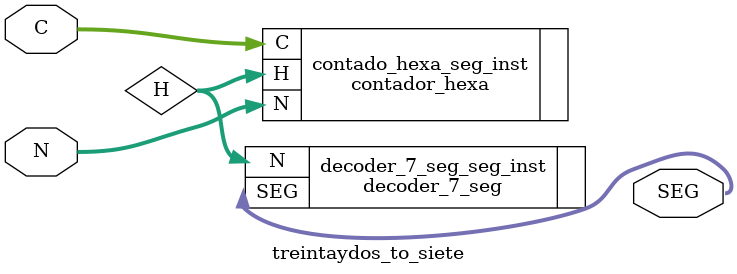
<source format=v>
`timescale 1ns / 1ps


module treintaydos_to_siete(
input [31:0]N,
    input [3:0]C,
    output wire [7:0]SEG
    );
    wire [3:0]H;
    
    contador_hexa contado_hexa_seg_inst(
        .N(N),
        .C(C),
        .H(H)
    );
    decoder_7_seg decoder_7_seg_seg_inst(
        .N(H),
        .SEG(SEG)
    );


endmodule

</source>
